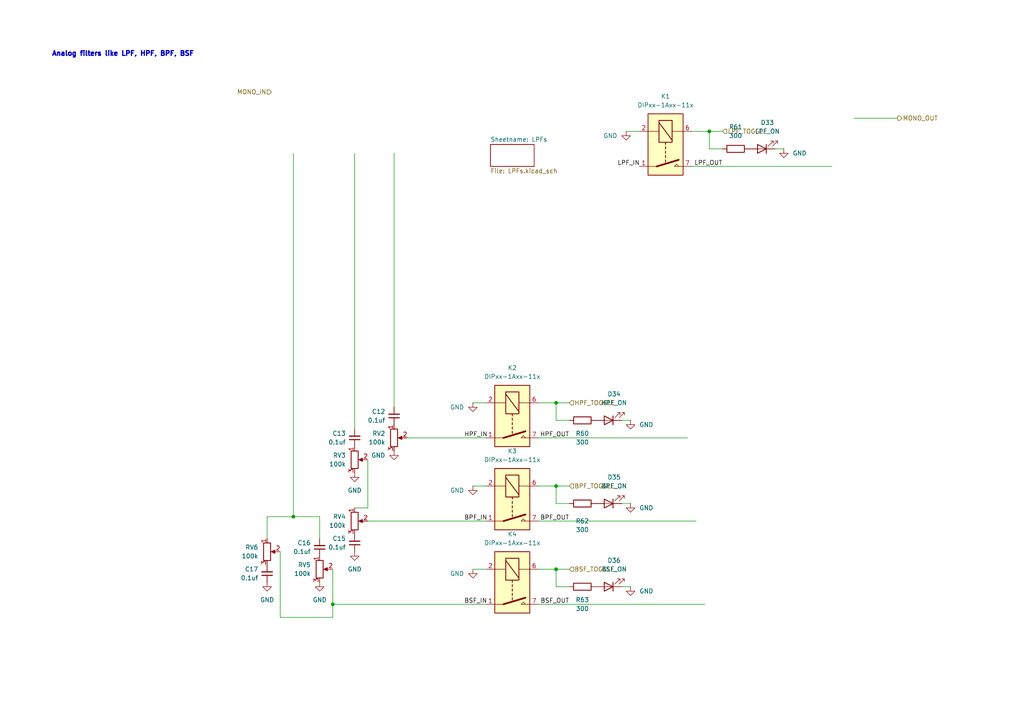
<source format=kicad_sch>
(kicad_sch (version 20250114) (generator "eeschema") (generator_version "9.0")
  (paper "A4")
  (title_block (date "2025-07-21") (rev "2"))
  (lib_symbols
    (symbol "Device:C_Small" (pin_numbers (hide yes)) (pin_names (offset 0.254) (hide yes))
      (property "Reference" "C" (at 0.254 1.778 0))
      (property "Value" "C_Small" (at 0.254 -2.032 0))
      (symbol "C_Small_0_1"
        (polyline (pts (xy -1.524 0.508) (xy 1.524 0.508)) (stroke (width 0.3048)))
        (polyline (pts (xy -1.524 -0.508) (xy 1.524 -0.508)) (stroke (width 0.3302)))
      )
      (symbol "C_Small_1_1"
        (pin passive line (at 0 2.54 270) (length 2.032) (name "~") (number "1"))
        (pin passive line (at 0 -2.54 90) (length 2.032) (name "~") (number "2"))
      )
    )
    (symbol "Device:LED" (pin_numbers (hide yes)) (pin_names (offset 1.016) (hide yes))
      (property "Reference" "D" (at 0 2.54 0))
      (property "Value" "LED" (at 0 -2.54 0))
      (symbol "LED_0_1"
        (polyline (pts (xy -3.048 -0.762) (xy -4.572 -2.286) (xy -3.81 -2.286) (xy -4.572 -2.286) (xy -4.572 -1.524)))
        (polyline (pts (xy -1.778 -0.762) (xy -3.302 -2.286) (xy -2.54 -2.286) (xy -3.302 -2.286) (xy -3.302 -1.524)))
        (polyline (pts (xy -1.27 0) (xy 1.27 0)))
        (polyline (pts (xy -1.27 -1.27) (xy -1.27 1.27)) (stroke (width 0.254)))
        (polyline (pts (xy 1.27 -1.27) (xy 1.27 1.27) (xy -1.27 0) (xy 1.27 -1.27)) (stroke (width 0.254)))
      )
      (symbol "LED_1_1"
        (pin passive line (at -3.81 0 0) (length 2.54) (name "K") (number "1"))
        (pin passive line (at 3.81 0 180) (length 2.54) (name "A") (number "2"))
      )
    )
    (symbol "Device:R" (pin_numbers (hide yes)) (pin_names (offset 0))
      (property "Reference" "R" (at 2.032 0 90))
      (property "Value" "R" (at 0 0 90))
      (symbol "R_0_1"
        (rectangle (start -1.016 -2.54) (end 1.016 2.54) (stroke (width 0.254)))
      )
      (symbol "R_1_1"
        (pin passive line (at 0 3.81 270) (length 1.27) (name "~") (number "1"))
        (pin passive line (at 0 -3.81 90) (length 1.27) (name "~") (number "2"))
      )
    )
    (symbol "Device:R_Potentiometer" (pin_names (offset 1.016) (hide yes))
      (property "Reference" "RV" (at -4.445 0 90))
      (property "Value" "R_Potentiometer" (at -2.54 0 90))
      (symbol "R_Potentiometer_0_1"
        (rectangle (start 1.016 2.54) (end -1.016 -2.54) (stroke (width 0.254)))
        (polyline (pts (xy 1.143 0) (xy 2.286 0.508) (xy 2.286 -0.508) (xy 1.143 0)) (fill (type outline)))
        (polyline (pts (xy 2.54 0) (xy 1.524 0)))
      )
      (symbol "R_Potentiometer_1_1"
        (pin passive line (at 0 3.81 270) (length 1.27) (name "1") (number "1"))
        (pin passive line (at 0 -3.81 90) (length 1.27) (name "3") (number "3"))
        (pin passive line (at 3.81 0 180) (length 1.27) (name "2") (number "2"))
      )
    )
    (symbol "Relay:DIPxx-1Axx-11x"
      (property "Reference" "K" (at 8.89 3.81 0))
      (property "Value" "DIPxx-1Axx-11x" (at 8.89 1.27 0))
      (symbol "DIPxx-1Axx-11x_0_0"
        (polyline (pts (xy 5.08 5.08) (xy 5.08 2.54) (xy 4.445 3.175) (xy 5.08 3.81)))
      )
      (symbol "DIPxx-1Axx-11x_0_1"
        (rectangle (start -10.16 5.08) (end 7.62 -5.08) (stroke (width 0.254)) (fill (type background)))
        (rectangle (start -8.255 1.905) (end -1.905 -1.905) (stroke (width 0.254)))
        (polyline (pts (xy -7.62 -1.905) (xy -2.54 1.905)) (stroke (width 0.254)))
        (polyline (pts (xy -5.08 5.08) (xy -5.08 1.905)))
        (polyline (pts (xy -5.08 -5.08) (xy -5.08 -1.905)))
        (polyline (pts (xy -1.905 0) (xy -1.27 0)) (stroke (width 0.254)))
        (polyline (pts (xy -0.635 0) (xy 0 0)) (stroke (width 0.254)))
        (polyline (pts (xy 0.635 0) (xy 1.27 0)) (stroke (width 0.254)))
        (polyline (pts (xy 1.905 0) (xy 2.54 0)) (stroke (width 0.254)))
        (polyline (pts (xy 3.175 0) (xy 3.81 0)) (stroke (width 0.254)))
        (polyline (pts (xy 5.08 -2.54) (xy 3.175 3.81)) (stroke (width 0.508)))
        (polyline (pts (xy 5.08 -2.54) (xy 5.08 -5.08)))
      )
      (symbol "DIPxx-1Axx-11x_1_1"
        (pin passive line (at -5.08 7.62 270) (length 2.54) (name "~") (number "6"))
        (pin passive line (at -5.08 -7.62 90) (length 2.54) (name "~") (number "2"))
        (pin passive line (at 5.08 7.62 270) (length 2.54) (name "~") (number "7"))
        (pin passive line (at 5.08 7.62 270) (length 2.54) (hide yes) (name "~") (number "8"))
        (pin passive line (at 5.08 -7.62 90) (length 2.54) (name "~") (number "1"))
        (pin passive line (at 5.08 -7.62 90) (length 2.54) (hide yes) (name "~") (number "14"))
      )
    )
    (symbol "power:GND" (power) (pin_numbers (hide yes)) (pin_names (offset 0) (hide yes))
      (property "Value" "GND" (at 0 -3.81 0))
      (symbol "GND_0_1"
        (polyline (pts (xy 0 0) (xy 0 -1.27) (xy 1.27 -1.27) (xy 0 -2.54) (xy -1.27 -1.27) (xy 0 -1.27)))
      )
      (symbol "GND_1_1"
        (pin power_in line (at 0 0 270) (length 0) (name "~") (number "1"))
      )
    )
  )
  (text "Analog filters like LPF, HPF, BPF, BSF" (at 56.388 16.51 0) (effects (font (size 1.397 1.397) (thickness 1.1989) (bold yes)) (justify right bottom)))
  (junction (at 85.09 149.86))
  (junction (at 205.74 38.1))
  (junction (at 161.29 116.84))
  (junction (at 161.29 165.1))
  (junction (at 96.52 175.26))
  (junction (at 161.29 140.97))
  (wire (pts (xy 96.52 179.07) (xy 96.52 175.26)))
  (wire (pts (xy 102.87 44.45) (xy 102.87 124.46)))
  (wire (pts (xy 85.09 149.86) (xy 92.71 149.86)))
  (wire (pts (xy 165.1 165.1) (xy 161.29 165.1)))
  (wire (pts (xy 77.47 156.21) (xy 77.47 149.86)))
  (wire (pts (xy 180.34 170.18) (xy 182.88 170.18)))
  (wire (pts (xy 165.1 140.97) (xy 161.29 140.97)))
  (wire (pts (xy 161.29 116.84) (xy 156.21 116.84)))
  (wire (pts (xy 209.55 38.1) (xy 205.74 38.1)))
  (wire (pts (xy 224.79 43.18) (xy 227.33 43.18)))
  (wire (pts (xy 106.68 133.35) (xy 106.68 147.32)))
  (wire (pts (xy 140.97 140.97) (xy 137.16 140.97)))
  (wire (pts (xy 161.29 146.05) (xy 161.29 140.97)))
  (wire (pts (xy 161.29 121.92) (xy 161.29 116.84)))
  (wire (pts (xy 140.97 165.1) (xy 137.16 165.1)))
  (wire (pts (xy 209.55 43.18) (xy 205.74 43.18)))
  (wire (pts (xy 106.68 151.13) (xy 140.97 151.13)))
  (wire (pts (xy 118.11 127) (xy 140.97 127)))
  (wire (pts (xy 205.74 38.1) (xy 200.66 38.1)))
  (wire (pts (xy 77.47 149.86) (xy 85.09 149.86)))
  (wire (pts (xy 165.1 170.18) (xy 161.29 170.18)))
  (wire (pts (xy 96.52 175.26) (xy 96.52 165.1)))
  (wire (pts (xy 85.09 44.45) (xy 85.09 149.86)))
  (wire (pts (xy 156.21 127) (xy 199.39 127)))
  (wire (pts (xy 205.74 43.18) (xy 205.74 38.1)))
  (wire (pts (xy 106.68 147.32) (xy 102.87 147.32)))
  (wire (pts (xy 96.52 175.26) (xy 140.97 175.26)))
  (wire (pts (xy 81.28 179.07) (xy 96.52 179.07)))
  (wire (pts (xy 161.29 140.97) (xy 156.21 140.97)))
  (wire (pts (xy 114.3 44.45) (xy 114.3 118.11)))
  (wire (pts (xy 92.71 149.86) (xy 92.71 156.21)))
  (wire (pts (xy 180.34 146.05) (xy 182.88 146.05)))
  (wire (pts (xy 161.29 165.1) (xy 156.21 165.1)))
  (wire (pts (xy 140.97 116.84) (xy 137.16 116.84)))
  (wire (pts (xy 247.65 34.29) (xy 260.35 34.29)))
  (wire (pts (xy 156.21 151.13) (xy 201.93 151.13)))
  (wire (pts (xy 165.1 116.84) (xy 161.29 116.84)))
  (wire (pts (xy 161.29 170.18) (xy 161.29 165.1)))
  (wire (pts (xy 165.1 146.05) (xy 161.29 146.05)))
  (wire (pts (xy 200.66 48.26) (xy 241.3 48.26)))
  (wire (pts (xy 180.34 121.92) (xy 182.88 121.92)))
  (wire (pts (xy 81.28 160.02) (xy 81.28 179.07)))
  (wire (pts (xy 156.21 175.26) (xy 204.47 175.26)))
  (wire (pts (xy 165.1 121.92) (xy 161.29 121.92)))
  (wire (pts (xy 185.42 38.1) (xy 181.61 38.1)))
  (label "BPF_OUT" (at 165.1 151.13 180))
  (label "BPF_IN" (at 134.62 151.13 0))
  (label "BSF_IN" (at 134.62 175.26 0))
  (label "LPF_IN" (at 179.07 48.26 0))
  (label "HPF_IN" (at 134.62 127 0))
  (label "BSF_OUT" (at 165.1 175.26 180))
  (label "HPF_OUT" (at 165.1 127 180))
  (label "LPF_OUT" (at 209.55 48.26 180))
  (hierarchical_label "HPF_TOGGLE" (shape input) (at 165.1 116.84 0))
  (hierarchical_label "LPF_TOGGLE" (shape input) (at 209.55 38.1 0))
  (hierarchical_label "MONO_OUT" (shape output) (at 260.35 34.29 0))
  (hierarchical_label "MONO_IN" (shape input) (at 78.74 26.67 180))
  (hierarchical_label "BPF_TOGGLE" (shape input) (at 165.1 140.97 0))
  (hierarchical_label "BSF_TOGGLE" (shape input) (at 165.1 165.1 0))
  (symbol (lib_id "power:GND") (at 102.87 160.02 0) (unit 1)
    (property "Reference" "#PWR0136" (effects (hide yes)))
    (property "Value" "GND" (at 102.87 165.1 0))
    (property "Description" "Power symbol creates a global label with name \"GND\" , ground" (effects (hide yes)))
  )
  (symbol (lib_id "Device:LED") (at 176.53 146.05 180) (unit 1)
    (property "Reference" "D35" (at 178.1175 138.43 0))
    (property "Value" "BPF_ON" (at 178.1175 140.97 0))
    (property "Footprint" "LED_SMD:LED_0603_1608Metric" (effects (hide yes)))
    (property "Description" "Light emitting diode" (effects (hide yes)))
    (property "Sim.Pins" "1=K 2=A" (effects (hide yes)))
  )
  (symbol (lib_id "Device:LED") (at 176.53 121.92 180) (unit 1)
    (property "Reference" "D34" (at 178.1175 114.3 0))
    (property "Value" "HPF_ON" (at 178.1175 116.84 0))
    (property "Footprint" "LED_SMD:LED_0603_1608Metric" (effects (hide yes)))
    (property "Description" "Light emitting diode" (effects (hide yes)))
    (property "Sim.Pins" "1=K 2=A" (effects (hide yes)))
  )
  (symbol (lib_id "power:GND") (at 227.33 43.18 0) (unit 1)
    (property "Reference" "#PWR0149" (effects (hide yes)))
    (property "Value" "GND" (at 229.87 44.4499 0) (effects (justify left)))
    (property "Description" "Power symbol creates a global label with name \"GND\" , ground" (effects (hide yes)))
  )
  (symbol (lib_id "Device:LED") (at 220.98 43.18 180) (unit 1)
    (property "Reference" "D33" (at 222.5675 35.56 0))
    (property "Value" "LPF_ON" (at 222.5675 38.1 0))
    (property "Footprint" "LED_SMD:LED_0603_1608Metric" (effects (hide yes)))
    (property "Description" "Light emitting diode" (effects (hide yes)))
    (property "Sim.Pins" "1=K 2=A" (effects (hide yes)))
  )
  (symbol (lib_id "power:GND") (at 92.71 168.91 0) (unit 1)
    (property "Reference" "#PWR0152" (effects (hide yes)))
    (property "Value" "GND" (at 92.71 173.99 0))
    (property "Description" "Power symbol creates a global label with name \"GND\" , ground" (effects (hide yes)))
  )
  (symbol (lib_id "Device:C_Small") (at 102.87 157.48 180) (unit 1)
    (property "Reference" "C15" (at 100.33 156.2035 0) (effects (justify left)))
    (property "Value" "0.1uf" (at 100.33 158.7435 0) (effects (justify left)))
    (property "Footprint" "Capacitor_SMD:C_0805_2012Metric" (effects (hide yes)))
    (property "Description" "Unpolarized capacitor, small symbol" (effects (hide yes)))
  )
  (symbol (lib_id "power:GND") (at 137.16 116.84 0) (mirror y) (unit 1)
    (property "Reference" "#PWR0133" (effects (hide yes)))
    (property "Value" "GND" (at 134.62 118.1099 0) (effects (justify left)))
    (property "Description" "Power symbol creates a global label with name \"GND\" , ground" (effects (hide yes)))
  )
  (symbol (lib_id "Device:R") (at 168.91 121.92 90) (unit 1)
    (property "Reference" "R60" (at 168.91 125.73 90))
    (property "Value" "300" (at 168.91 128.27 90))
    (property "Footprint" "Resistor_SMD:R_0805_2012Metric_Pad1.20x1.40mm_HandSolder" (effects (hide yes)))
    (property "Description" "Resistor" (effects (hide yes)))
    (property "DigiKey_Part_Number" "311-10.0KCRCT-ND" (effects (hide yes)))
    (property "Price" "0.0129" (effects (hide yes)))
  )
  (symbol (lib_id "Device:R_Potentiometer") (at 102.87 151.13 0) (unit 1)
    (property "Reference" "RV4" (at 100.33 149.8599 0) (effects (justify right)))
    (property "Value" "100k" (at 100.33 152.3999 0) (effects (justify right)))
    (property "Footprint" "Potentiometer_THT:Potentiometer_Alps_RK09Y11_Single_Horizontal" (effects (hide yes)))
    (property "Description" "Potentiometer" (effects (hide yes)))
  )
  (symbol (lib_id "Device:R_Potentiometer") (at 92.71 165.1 0) (unit 1)
    (property "Reference" "RV5" (at 90.17 163.8299 0) (effects (justify right)))
    (property "Value" "100k" (at 90.17 166.3699 0) (effects (justify right)))
    (property "Footprint" "Potentiometer_THT:Potentiometer_Alps_RK09Y11_Single_Horizontal" (effects (hide yes)))
    (property "Description" "Potentiometer" (effects (hide yes)))
  )
  (symbol (lib_id "power:GND") (at 114.3 130.81 0) (unit 1)
    (property "Reference" "#PWR0114" (effects (hide yes)))
    (property "Value" "GND" (at 111.76 132.0799 0) (effects (justify right)))
    (property "Description" "Power symbol creates a global label with name \"GND\" , ground" (effects (hide yes)))
  )
  (symbol (lib_id "Relay:DIPxx-1Axx-11x") (at 148.59 146.05 270) (unit 1)
    (property "Reference" "K3" (at 148.59 130.81 90))
    (property "Value" "DIPxx-1Axx-11x" (at 148.59 133.35 90))
    (property "Footprint" "Relay_THT:Relay_StandexMeder_DIP_LowProfile" (effects (hide yes)))
    (property "Datasheet" "https://standexelectronics.com/wp-content/uploads/datasheet_reed_relay_DIP.pdf" (effects (hide yes)))
    (property "Description" "Standex Meder DIP reed relay, SPST, Closing Contact" (effects (hide yes)))
  )
  (symbol (lib_id "power:GND") (at 182.88 121.92 0) (unit 1)
    (property "Reference" "#PWR0111" (effects (hide yes)))
    (property "Value" "GND" (at 185.42 123.1899 0) (effects (justify left)))
    (property "Description" "Power symbol creates a global label with name \"GND\" , ground" (effects (hide yes)))
  )
  (symbol (lib_id "Device:R") (at 168.91 146.05 90) (unit 1)
    (property "Reference" "R62" (at 168.91 151.13 90))
    (property "Value" "300" (at 168.91 153.67 90))
    (property "Footprint" "Resistor_SMD:R_0805_2012Metric_Pad1.20x1.40mm_HandSolder" (effects (hide yes)))
    (property "Description" "Resistor" (effects (hide yes)))
    (property "DigiKey_Part_Number" "311-10.0KCRCT-ND" (effects (hide yes)))
    (property "Price" "0.0129" (effects (hide yes)))
  )
  (symbol (lib_id "Device:R") (at 168.91 170.18 90) (unit 1)
    (property "Reference" "R63" (at 168.91 173.99 90))
    (property "Value" "300" (at 168.91 176.53 90))
    (property "Footprint" "Resistor_SMD:R_0805_2012Metric_Pad1.20x1.40mm_HandSolder" (effects (hide yes)))
    (property "Description" "Resistor" (effects (hide yes)))
    (property "DigiKey_Part_Number" "311-10.0KCRCT-ND" (effects (hide yes)))
    (property "Price" "0.0129" (effects (hide yes)))
  )
  (symbol (lib_id "Device:LED") (at 176.53 170.18 180) (unit 1)
    (property "Reference" "D36" (at 178.1175 162.56 0))
    (property "Value" "BSF_ON" (at 178.1175 165.1 0))
    (property "Footprint" "LED_SMD:LED_0603_1608Metric" (effects (hide yes)))
    (property "Description" "Light emitting diode" (effects (hide yes)))
    (property "Sim.Pins" "1=K 2=A" (effects (hide yes)))
  )
  (symbol (lib_id "Device:C_Small") (at 102.87 127 180) (unit 1)
    (property "Reference" "C13" (at 100.33 125.7235 0) (effects (justify left)))
    (property "Value" "0.1uf" (at 100.33 128.2635 0) (effects (justify left)))
    (property "Footprint" "Capacitor_SMD:C_0805_2012Metric" (effects (hide yes)))
    (property "Description" "Unpolarized capacitor, small symbol" (effects (hide yes)))
  )
  (symbol (lib_id "Relay:DIPxx-1Axx-11x") (at 148.59 170.18 270) (unit 1)
    (property "Reference" "K4" (at 148.59 154.94 90))
    (property "Value" "DIPxx-1Axx-11x" (at 148.59 157.48 90))
    (property "Footprint" "Relay_THT:Relay_StandexMeder_DIP_LowProfile" (effects (hide yes)))
    (property "Datasheet" "https://standexelectronics.com/wp-content/uploads/datasheet_reed_relay_DIP.pdf" (effects (hide yes)))
    (property "Description" "Standex Meder DIP reed relay, SPST, Closing Contact" (effects (hide yes)))
  )
  (symbol (lib_id "power:GND") (at 181.61 38.1 0) (mirror y) (unit 1)
    (property "Reference" "#PWR0128" (effects (hide yes)))
    (property "Value" "GND" (at 179.07 39.3699 0) (effects (justify left)))
    (property "Description" "Power symbol creates a global label with name \"GND\" , ground" (effects (hide yes)))
  )
  (symbol (lib_id "Device:C_Small") (at 92.71 158.75 180) (unit 1)
    (property "Reference" "C16" (at 90.17 157.4735 0) (effects (justify left)))
    (property "Value" "0.1uf" (at 90.17 160.0135 0) (effects (justify left)))
    (property "Footprint" "Capacitor_SMD:C_0805_2012Metric" (effects (hide yes)))
    (property "Description" "Unpolarized capacitor, small symbol" (effects (hide yes)))
  )
  (symbol (lib_id "power:GND") (at 182.88 170.18 0) (unit 1)
    (property "Reference" "#PWR0151" (effects (hide yes)))
    (property "Value" "GND" (at 185.42 171.4499 0) (effects (justify left)))
    (property "Description" "Power symbol creates a global label with name \"GND\" , ground" (effects (hide yes)))
  )
  (symbol (lib_id "power:GND") (at 102.87 137.16 0) (unit 1)
    (property "Reference" "#PWR0119" (effects (hide yes)))
    (property "Value" "GND" (at 102.87 142.24 0))
    (property "Description" "Power symbol creates a global label with name \"GND\" , ground" (effects (hide yes)))
  )
  (symbol (lib_id "power:GND") (at 137.16 140.97 0) (mirror y) (unit 1)
    (property "Reference" "#PWR0134" (effects (hide yes)))
    (property "Value" "GND" (at 134.62 142.2399 0) (effects (justify left)))
    (property "Description" "Power symbol creates a global label with name \"GND\" , ground" (effects (hide yes)))
  )
  (symbol (lib_id "Device:R_Potentiometer") (at 77.47 160.02 0) (unit 1)
    (property "Reference" "RV6" (at 74.93 158.7499 0) (effects (justify right)))
    (property "Value" "100k" (at 74.93 161.2899 0) (effects (justify right)))
    (property "Footprint" "Potentiometer_THT:Potentiometer_Alps_RK09Y11_Single_Horizontal" (effects (hide yes)))
    (property "Description" "Potentiometer" (effects (hide yes)))
  )
  (symbol (lib_id "Relay:DIPxx-1Axx-11x") (at 193.04 43.18 270) (unit 1)
    (property "Reference" "K1" (at 193.04 27.94 90))
    (property "Value" "DIPxx-1Axx-11x" (at 193.04 30.48 90))
    (property "Footprint" "Relay_THT:Relay_StandexMeder_DIP_LowProfile" (effects (hide yes)))
    (property "Datasheet" "https://standexelectronics.com/wp-content/uploads/datasheet_reed_relay_DIP.pdf" (effects (hide yes)))
    (property "Description" "Standex Meder DIP reed relay, SPST, Closing Contact" (effects (hide yes)))
  )
  (symbol (lib_id "power:GND") (at 182.88 146.05 0) (unit 1)
    (property "Reference" "#PWR0150" (effects (hide yes)))
    (property "Value" "GND" (at 185.42 147.3199 0) (effects (justify left)))
    (property "Description" "Power symbol creates a global label with name \"GND\" , ground" (effects (hide yes)))
  )
  (symbol (lib_id "Device:R") (at 213.36 43.18 90) (unit 1)
    (property "Reference" "R61" (at 213.36 36.83 90))
    (property "Value" "300" (at 213.36 39.37 90))
    (property "Footprint" "Resistor_SMD:R_0805_2012Metric_Pad1.20x1.40mm_HandSolder" (effects (hide yes)))
    (property "Description" "Resistor" (effects (hide yes)))
    (property "DigiKey_Part_Number" "311-10.0KCRCT-ND" (effects (hide yes)))
    (property "Price" "0.0129" (effects (hide yes)))
  )
  (symbol (lib_id "power:GND") (at 77.47 168.91 0) (unit 1)
    (property "Reference" "#PWR0155" (effects (hide yes)))
    (property "Value" "GND" (at 77.47 173.99 0))
    (property "Description" "Power symbol creates a global label with name \"GND\" , ground" (effects (hide yes)))
  )
  (symbol (lib_id "Relay:DIPxx-1Axx-11x") (at 148.59 121.92 270) (unit 1)
    (property "Reference" "K2" (at 148.59 106.68 90))
    (property "Value" "DIPxx-1Axx-11x" (at 148.59 109.22 90))
    (property "Footprint" "Relay_THT:Relay_StandexMeder_DIP_LowProfile" (effects (hide yes)))
    (property "Datasheet" "https://standexelectronics.com/wp-content/uploads/datasheet_reed_relay_DIP.pdf" (effects (hide yes)))
    (property "Description" "Standex Meder DIP reed relay, SPST, Closing Contact" (effects (hide yes)))
  )
  (symbol (lib_id "Device:C_Small") (at 114.3 120.65 180) (unit 1)
    (property "Reference" "C12" (at 111.76 119.3735 0) (effects (justify left)))
    (property "Value" "0.1uf" (at 111.76 121.9135 0) (effects (justify left)))
    (property "Footprint" "Capacitor_SMD:C_0805_2012Metric" (effects (hide yes)))
    (property "Description" "Unpolarized capacitor, small symbol" (effects (hide yes)))
  )
  (symbol (lib_id "power:GND") (at 137.16 165.1 0) (mirror y) (unit 1)
    (property "Reference" "#PWR0135" (effects (hide yes)))
    (property "Value" "GND" (at 134.62 166.3699 0) (effects (justify left)))
    (property "Description" "Power symbol creates a global label with name \"GND\" , ground" (effects (hide yes)))
  )
  (symbol (lib_id "Device:C_Small") (at 77.47 166.37 180) (unit 1)
    (property "Reference" "C17" (at 74.93 165.0935 0) (effects (justify left)))
    (property "Value" "0.1uf" (at 74.93 167.6335 0) (effects (justify left)))
    (property "Footprint" "Capacitor_SMD:C_0805_2012Metric" (effects (hide yes)))
    (property "Description" "Unpolarized capacitor, small symbol" (effects (hide yes)))
  )
  (symbol (lib_id "Device:R_Potentiometer") (at 102.87 133.35 0) (unit 1)
    (property "Reference" "RV3" (at 100.33 132.0799 0) (effects (justify right)))
    (property "Value" "100k" (at 100.33 134.6199 0) (effects (justify right)))
    (property "Footprint" "Potentiometer_THT:Potentiometer_Alps_RK09Y11_Single_Horizontal" (effects (hide yes)))
    (property "Description" "Potentiometer" (effects (hide yes)))
  )
  (symbol (lib_id "Device:R_Potentiometer") (at 114.3 127 0) (unit 1)
    (property "Reference" "RV2" (at 111.76 125.7299 0) (effects (justify right)))
    (property "Value" "100k" (at 111.76 128.2699 0) (effects (justify right)))
    (property "Footprint" "Potentiometer_THT:Potentiometer_Alps_RK09Y11_Single_Horizontal" (effects (hide yes)))
    (property "Description" "Potentiometer" (effects (hide yes)))
  )
  (sheet (at 142.24 41.91) (size 12.7 6.35) (stroke (width 0.1524))
    (property "Sheetname" "LPFs" (at 142.24 41.1984 0) (show_name yes) (effects (justify left bottom)))
    (property "Sheetfile" "LPFs.kicad_sch" (at 142.24 48.8446 0) (effects (justify left top)))
  )
)
</source>
